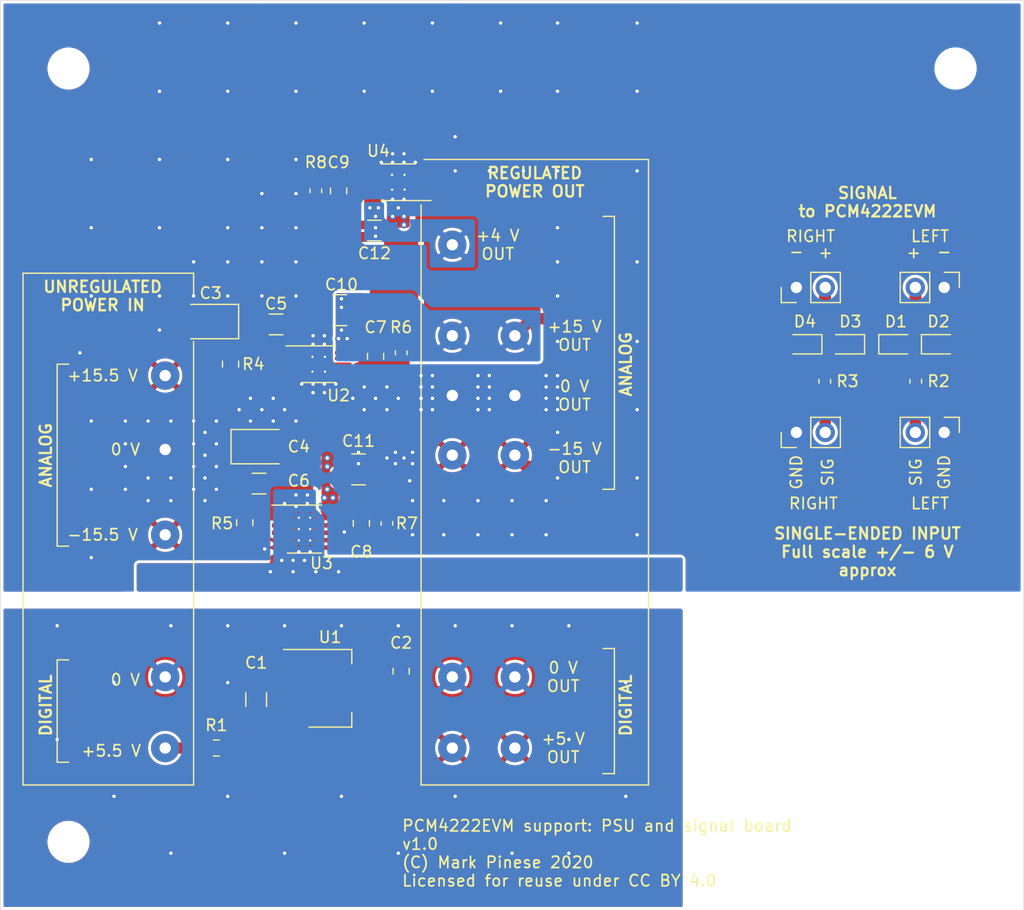
<source format=kicad_pcb>
(kicad_pcb (version 20171130) (host pcbnew "(5.1.5)-3")
  (title_block (title "PCM4222EVM PSU and signal board") (date 2020-07-29) (rev 1.0) (company "(C) Mark Pinese 2020") (comment 1 "Made available for reuse under the CC BY 4.0 Licence"))
  (layers (0 F.Cu signal) (31 B.Cu signal) (34 B.Paste user) (35 F.Paste user) (36 B.SilkS user) (37 F.SilkS user) (38 B.Mask user) (39 F.Mask user) (44 Edge.Cuts user))
  (net 0 "")
  (net 1 GND)
  (net 2 "Net-(C1-Pad1)")
  (net 3 /+5V)
  (net 4 "Net-(C3-Pad1)")
  (net 5 "Net-(C9-Pad1)")
  (net 6 /+4V)
  (net 7 "Net-(D1-Pad2)")
  (net 8 "Net-(D3-Pad2)")
  (net 9 "Net-(J3-Pad2)")
  (net 10 "Net-(U2-Pad4)")
  (net 11 "Net-(U3-Pad7)")
  (net 12 "Net-(U3-Pad4)")
  (net 13 "Net-(U4-Pad4)")
  (net 14 "Net-(J4-Pad2)")
  (net 15 "Net-(J11-Pad1)")
  (net 16 GNDD)
  (net 17 "Net-(C4-Pad2)")
  (net 18 "Net-(C7-Pad1)")
  (net 19 "Net-(C8-Pad2)")
  (net 20 /+15V)
  (net 21 /-15V)
  (net 22 "Net-(J1-Pad1)")
  (net 23 "Net-(J13-Pad1)")
  (net 24 "Net-(C10-Pad3)")
  (net 25 "Net-(C12-Pad3)")
  (net 26 "Net-(C10-Pad1)")
  (net 27 "Net-(C11-Pad1)")
  (net 28 "Net-(C11-Pad4)")
  (net 29 "Net-(C12-Pad1)")
  (module project_footprints:C_1206_3216Metric_Split (layer F.Cu) (at 122.9 80.25)
    (fp_text reference C12 (at 0 2) (layer F.SilkS))
    (fp_text value 10u)
    (pad 3 smd roundrect (at 1.4 0.5) (size 1.25 0.75) (layers F.Cu F.Paste F.Mask) (roundrect_rratio 0.2) (net 25 "Net-(C12-Pad3)"))
    (pad 4 smd roundrect (at 1.4 -0.5) (size 1.25 0.75) (layers F.Cu F.Paste F.Mask) (roundrect_rratio 0.2) (net 1 GND))
    (pad 2 smd roundrect (at -1.4 0.5) (size 1.25 0.75) (layers F.Cu F.Paste F.Mask) (roundrect_rratio 0.2) (net 6 /+4V))
    (pad 1 smd roundrect (at -1.4 -0.5) (size 1.25 0.75) (layers F.Cu F.Paste F.Mask) (roundrect_rratio 0.2) (net 29 "Net-(C12-Pad1)"))
  )
  (module project_footprints:C_1210_3225Metric_Split (layer F.Cu) (at 121.5 101.25 180)
    (fp_text reference C11 (at 0 2.5) (layer F.SilkS))
    (fp_text value 22u)
    (pad 3 smd roundrect (at 1.4 0.75 180) (size 1.25 1.15) (layers F.Cu F.Paste F.Mask) (roundrect_rratio 0.2) (net 21 /-15V))
    (pad 4 smd roundrect (at 1.4 -0.75 180) (size 1.25 1.15) (layers F.Cu F.Paste F.Mask) (roundrect_rratio 0.2) (net 28 "Net-(C11-Pad4)"))
    (pad 1 smd roundrect (at -1.4 -0.75 180) (size 1.25 1.15) (layers F.Cu F.Paste F.Mask) (roundrect_rratio 0.2) (net 27 "Net-(C11-Pad1)"))
    (pad 2 smd roundrect (at -1.4 0.75 180) (size 1.25 1.15) (layers F.Cu F.Paste F.Mask) (roundrect_rratio 0.2) (net 1 GND))
  )
  (module project_footprints:C_1210_3225Metric_Split (layer F.Cu) (at 119.85 87.25 180)
    (fp_text reference C10 (at -0.15 2.25) (layer F.SilkS))
    (fp_text value 22u)
    (pad 3 smd roundrect (at 1.4 0.75 180) (size 1.25 1.15) (layers F.Cu F.Paste F.Mask) (roundrect_rratio 0.2) (net 24 "Net-(C10-Pad3)"))
    (pad 4 smd roundrect (at 1.4 -0.75 180) (size 1.25 1.15) (layers F.Cu F.Paste F.Mask) (roundrect_rratio 0.2) (net 1 GND))
    (pad 1 smd roundrect (at -1.4 -0.75 180) (size 1.25 1.15) (layers F.Cu F.Paste F.Mask) (roundrect_rratio 0.2) (net 26 "Net-(C10-Pad1)"))
    (pad 2 smd roundrect (at -1.4 0.75 180) (size 1.25 1.15) (layers F.Cu F.Paste F.Mask) (roundrect_rratio 0.2) (net 20 /+15V))
  )
  (module Capacitor_SMD:C_1206_3216Metric (layer F.Cu) (at 112.5 121.5 90)
    (fp_text reference C1 (at 3.25 0 180) (layer F.SilkS))
    (fp_text value 10u)
    (pad 2 smd roundrect (at 1.4 0 90) (size 1.25 1.75) (layers F.Cu F.Paste F.Mask) (roundrect_rratio 0.2) (net 16 GNDD))
    (pad 1 smd roundrect (at -1.4 0 90) (size 1.25 1.75) (layers F.Cu F.Paste F.Mask) (roundrect_rratio 0.2) (net 2 "Net-(C1-Pad1)"))
  )
  (module Package_TO_SOT_SMD:SOT-223-3_TabPin2 (layer F.Cu) (at 119 120.5)
    (fp_text reference U1 (at 0 -4.5) (layer F.SilkS))
    (fp_text value LDL1117S50R)
    (pad 1 smd rect (at -3.15 -2.3) (size 2 1.5) (layers F.Cu F.Paste F.Mask) (net 16 GNDD))
    (pad 3 smd rect (at -3.15 2.3) (size 2 1.5) (layers F.Cu F.Paste F.Mask) (net 2 "Net-(C1-Pad1)"))
    (pad 2 smd rect (at -3.15 0) (size 2 1.5) (layers F.Cu F.Paste F.Mask) (net 3 /+5V))
    (pad 2 smd rect (at 3.15 0) (size 2 3.8) (layers F.Cu F.Paste F.Mask) (net 3 /+5V))
  )
  (module Resistor_SMD:R_0805_2012Metric (layer F.Cu) (at 109 125.75 180)
    (fp_text reference R1 (at 0 2) (layer F.SilkS))
    (fp_text value 0.5)
    (pad 2 smd roundrect (at 0.9375 0 180) (size 0.975 1.4) (layers F.Cu F.Paste F.Mask) (net 22 "Net-(J1-Pad1)"))
    (pad 1 smd roundrect (at -0.9375 0 180) (size 0.975 1.4) (layers F.Cu F.Paste F.Mask) (net 2 "Net-(C1-Pad1)"))
  )
  (module Connector_Wire:SolderWirePad_1x01_Drill1mm (layer F.Cu) (at 135.25 119.5)
    (fp_text reference J10 hide)
    (fp_text value Conn_01x01)
    (pad 1 thru_hole circle (at 0 0) (size 2.49936 2.49936) (drill 1.00076) (layers *.Cu *.Mask) (net 16 GNDD))
  )
  (module Connector_Wire:SolderWirePad_1x01_Drill1mm (layer F.Cu) (at 135.25 125.75)
    (fp_text reference J8 hide)
    (fp_text value Conn_01x01)
    (pad 1 thru_hole circle (at 0 0) (size 2.49936 2.49936) (drill 1.00076) (layers *.Cu *.Mask) (net 3 /+5V))
  )
  (module MountingHole:MountingHole_3.2mm_M3 (layer F.Cu) (at 174 134)
    (fp_text reference H4 hide)
    (fp_text value MountingHole)
    (pad 1 np_thru_hole circle (at 0 0) (size 3.2 3.2) (drill 3.2) (layers *.Cu *.Mask))
  )
  (module MountingHole:MountingHole_3.2mm_M3 (layer F.Cu) (at 96 134)
    (fp_text reference H3 hide)
    (fp_text value MountingHole)
    (pad 1 np_thru_hole circle (at 0 0) (size 3.2 3.2) (drill 3.2) (layers *.Cu *.Mask))
  )
  (module MountingHole:MountingHole_3.2mm_M3 (layer F.Cu) (at 174 66)
    (fp_text reference H2 hide)
    (fp_text value MountingHole)
    (pad 1 np_thru_hole circle (at 0 0) (size 3.2 3.2) (drill 3.2) (layers *.Cu *.Mask))
  )
  (module MountingHole:MountingHole_3.2mm_M3 (layer F.Cu) (at 96 66)
    (fp_text reference H1 hide)
    (fp_text value MountingHole)
    (pad 1 np_thru_hole circle (at 0 0) (size 3.2 3.2) (drill 3.2) (layers *.Cu *.Mask))
  )
  (module Diode_SMD:D_SOD-323 (layer F.Cu) (at 160.75 90.25 180)
    (fp_text reference D4 (at 0 2) (layer F.SilkS))
    (fp_text value CUS520,H3F)
    (pad 2 smd rect (at 1.05 0 180) (size 0.6 0.45) (layers F.Cu F.Paste F.Mask) (net 21 /-15V))
    (pad 1 smd rect (at -1.05 0 180) (size 0.6 0.45) (layers F.Cu F.Paste F.Mask) (net 8 "Net-(D3-Pad2)"))
  )
  (module Diode_SMD:D_SOD-323 (layer F.Cu) (at 164.5 90.25 180)
    (fp_text reference D3 (at -0.25 2) (layer F.SilkS))
    (fp_text value CUS520,H3F)
    (pad 2 smd rect (at 1.05 0 180) (size 0.6 0.45) (layers F.Cu F.Paste F.Mask) (net 8 "Net-(D3-Pad2)"))
    (pad 1 smd rect (at -1.05 0 180) (size 0.6 0.45) (layers F.Cu F.Paste F.Mask) (net 20 /+15V))
  )
  (module Diode_SMD:D_SOD-323 (layer F.Cu) (at 172.5 90.25)
    (fp_text reference D2 (at 0 -2) (layer F.SilkS))
    (fp_text value CUS520,H3F)
    (pad 2 smd rect (at 1.05 0) (size 0.6 0.45) (layers F.Cu F.Paste F.Mask) (net 21 /-15V))
    (pad 1 smd rect (at -1.05 0) (size 0.6 0.45) (layers F.Cu F.Paste F.Mask) (net 7 "Net-(D1-Pad2)"))
  )
  (module Diode_SMD:D_SOD-323 (layer F.Cu) (at 168.75 90.25)
    (fp_text reference D1 (at 0 -2) (layer F.SilkS))
    (fp_text value CUS520,H3F)
    (pad 2 smd rect (at 1.05 0) (size 0.6 0.45) (layers F.Cu F.Paste F.Mask) (net 7 "Net-(D1-Pad2)"))
    (pad 1 smd rect (at -1.05 0) (size 0.6 0.45) (layers F.Cu F.Paste F.Mask) (net 20 /+15V))
  )
  (module Capacitor_Tantalum_SMD:CP_EIA-3528-21_Kemet-B (layer F.Cu) (at 112.75 99.25)
    (fp_text reference C4 (at 3.5 0) (layer F.SilkS))
    (fp_text value 10u)
    (pad 2 smd roundrect (at 1.5375 0) (size 1.325 2.35) (layers F.Cu F.Paste F.Mask) (roundrect_rratio 0.188679) (net 17 "Net-(C4-Pad2)"))
    (pad 1 smd roundrect (at -1.5375 0) (size 1.325 2.35) (layers F.Cu F.Paste F.Mask) (roundrect_rratio 0.188679) (net 1 GND))
  )
  (module Capacitor_Tantalum_SMD:CP_EIA-3528-21_Kemet-B (layer F.Cu) (at 108.5 88.25 180)
    (fp_text reference C3 (at 0 2.5) (layer F.SilkS))
    (fp_text value 10u)
    (pad 2 smd roundrect (at 1.5375 0 180) (size 1.325 2.35) (layers F.Cu F.Paste F.Mask) (roundrect_rratio 0.188679) (net 1 GND))
    (pad 1 smd roundrect (at -1.5375 0 180) (size 1.325 2.35) (layers F.Cu F.Paste F.Mask) (roundrect_rratio 0.188679) (net 4 "Net-(C3-Pad1)"))
  )
  (module Connector_Wire:SolderWirePad_1x01_Drill1mm (layer F.Cu) (at 129.75 119.5)
    (fp_text reference J9 hide)
    (fp_text value Conn_01x01)
    (pad 1 thru_hole circle (at 0 0) (size 2.49936 2.49936) (drill 1.00076) (layers *.Cu *.Mask) (net 16 GNDD))
  )
  (module Connector_Wire:SolderWirePad_1x01_Drill1mm (layer F.Cu) (at 104.5 119.5)
    (fp_text reference J2 hide)
    (fp_text value Conn_01x01)
    (pad 1 thru_hole circle (at 0 0) (size 2.49936 2.49936) (drill 1.00076) (layers *.Cu *.Mask) (net 16 GNDD))
  )
  (module Connector_Wire:SolderWirePad_1x01_Drill1mm (layer F.Cu) (at 135.25 94.75)
    (fp_text reference J17 hide)
    (fp_text value Conn_01x01)
    (pad 1 thru_hole circle (at 0 0) (size 2.49936 2.49936) (drill 1.00076) (layers *.Cu *.Mask) (net 1 GND))
  )
  (module Connector_Wire:SolderWirePad_1x01_Drill1mm (layer F.Cu) (at 135.25 100)
    (fp_text reference J18 hide)
    (fp_text value Conn_01x01)
    (pad 1 thru_hole circle (at 0 0) (size 2.49936 2.49936) (drill 1.00076) (layers *.Cu *.Mask) (net 21 /-15V))
  )
  (module Connector_Wire:SolderWirePad_1x01_Drill1mm (layer F.Cu) (at 135.25 89.5 90)
    (fp_text reference J15 hide)
    (fp_text value Conn_01x01)
    (pad 1 thru_hole circle (at 0 0 90) (size 2.49936 2.49936) (drill 1.00076) (layers *.Cu *.Mask) (net 20 /+15V))
  )
  (module Connector_Wire:SolderWirePad_1x01_Drill1mm (layer F.Cu) (at 129.75 89.5 90)
    (fp_text reference J14 hide)
    (fp_text value Conn_01x01)
    (pad 1 thru_hole circle (at 0 0 90) (size 2.49936 2.49936) (drill 1.00076) (layers *.Cu *.Mask) (net 20 /+15V))
  )
  (module Connector_PinHeader_2.54mm:PinHeader_1x02_P2.54mm_Vertical (layer F.Cu) (at 160 85.25 90)
    (fp_text reference J6 hide)
    (fp_text value "Right to EVM")
    (pad 2 thru_hole oval (at 0 2.54 90) (size 1.7 1.7) (drill 1) (layers *.Cu *.Mask) (net 8 "Net-(D3-Pad2)"))
    (pad 1 thru_hole rect (at 0 0 90) (size 1.7 1.7) (drill 1) (layers *.Cu *.Mask) (net 1 GND))
  )
  (module Connector_PinHeader_2.54mm:PinHeader_1x02_P2.54mm_Vertical (layer F.Cu) (at 173 85.25 270)
    (fp_text reference J5 hide)
    (fp_text value "Left to EVM")
    (pad 2 thru_hole oval (at 0 2.54 270) (size 1.7 1.7) (drill 1) (layers *.Cu *.Mask) (net 7 "Net-(D1-Pad2)"))
    (pad 1 thru_hole rect (at 0 0 270) (size 1.7 1.7) (drill 1) (layers *.Cu *.Mask) (net 1 GND))
  )
  (module Connector_PinHeader_2.54mm:PinHeader_1x02_P2.54mm_Vertical (layer F.Cu) (at 160 98 90)
    (fp_text reference J4 hide)
    (fp_text value "Right in")
    (pad 2 thru_hole oval (at 0 2.54 90) (size 1.7 1.7) (drill 1) (layers *.Cu *.Mask) (net 14 "Net-(J4-Pad2)"))
    (pad 1 thru_hole rect (at 0 0 90) (size 1.7 1.7) (drill 1) (layers *.Cu *.Mask) (net 1 GND))
  )
  (module Connector_PinHeader_2.54mm:PinHeader_1x02_P2.54mm_Vertical (layer F.Cu) (at 173 98 270)
    (fp_text reference J3 hide)
    (fp_text value "Left in")
    (pad 2 thru_hole oval (at 0 2.54 270) (size 1.7 1.7) (drill 1) (layers *.Cu *.Mask) (net 9 "Net-(J3-Pad2)"))
    (pad 1 thru_hole rect (at 0 0 270) (size 1.7 1.7) (drill 1) (layers *.Cu *.Mask) (net 1 GND))
  )
  (module Connector_Wire:SolderWirePad_1x01_Drill1mm (layer F.Cu) (at 129.75 81.5 180)
    (fp_text reference J20 hide)
    (fp_text value Conn_01x01)
    (pad 1 thru_hole circle (at 0 0 180) (size 2.49936 2.49936) (drill 1.00076) (layers *.Cu *.Mask) (net 6 /+4V))
  )
  (module Connector_Wire:SolderWirePad_1x01_Drill1mm (layer F.Cu) (at 129.75 100)
    (fp_text reference J19 hide)
    (fp_text value Conn_01x01)
    (pad 1 thru_hole circle (at 0 0) (size 2.49936 2.49936) (drill 1.00076) (layers *.Cu *.Mask) (net 21 /-15V))
  )
  (module Connector_Wire:SolderWirePad_1x01_Drill1mm (layer F.Cu) (at 129.75 94.75)
    (fp_text reference J16 hide)
    (fp_text value Conn_01x01)
    (pad 1 thru_hole circle (at 0 0) (size 2.49936 2.49936) (drill 1.00076) (layers *.Cu *.Mask) (net 1 GND))
  )
  (module Connector_Wire:SolderWirePad_1x01_Drill1mm (layer F.Cu) (at 104.5 107)
    (fp_text reference J13 hide)
    (fp_text value Conn_01x01)
    (pad 1 thru_hole circle (at 0 0) (size 2.49936 2.49936) (drill 1.00076) (layers *.Cu *.Mask) (net 23 "Net-(J13-Pad1)"))
  )
  (module Connector_Wire:SolderWirePad_1x01_Drill1mm (layer F.Cu) (at 104.5 99.5)
    (fp_text reference J12 hide)
    (fp_text value Conn_01x01)
    (pad 1 thru_hole circle (at 0 0) (size 2.49936 2.49936) (drill 1.00076) (layers *.Cu *.Mask) (net 1 GND))
  )
  (module Connector_Wire:SolderWirePad_1x01_Drill1mm (layer F.Cu) (at 104.5 93)
    (fp_text reference J11 hide)
    (fp_text value Conn_01x01)
    (pad 1 thru_hole circle (at 0 0) (size 2.49936 2.49936) (drill 1.00076) (layers *.Cu *.Mask) (net 15 "Net-(J11-Pad1)"))
  )
  (module Connector_Wire:SolderWirePad_1x01_Drill1mm (layer F.Cu) (at 129.75 125.75)
    (fp_text reference J7 hide)
    (fp_text value Conn_01x01)
    (pad 1 thru_hole circle (at 0 0) (size 2.49936 2.49936) (drill 1.00076) (layers *.Cu *.Mask) (net 3 /+5V))
  )
  (module Connector_Wire:SolderWirePad_1x01_Drill1mm (layer F.Cu) (at 104.5 125.75)
    (fp_text reference J1 hide)
    (fp_text value Conn_01x01)
    (pad 1 thru_hole circle (at 0 0) (size 2.49936 2.49936) (drill 1.00076) (layers *.Cu *.Mask) (net 22 "Net-(J1-Pad1)"))
  )
  (module Package_SO:MSOP-10-1EP_3x3mm_P0.5mm_EP1.68x1.88mm_ThermalVias (layer F.Cu) (at 125 76 180)
    (fp_text reference U4 (at 1.75 2.75) (layer F.SilkS))
    (fp_text value LT3042xMSE)
    (pad 11 smd rect (at 0 0 180) (size 1.6 1.8) (layers B.Cu) (net 1 GND))
    (pad 11 thru_hole circle (at 0.55 0.65 180) (size 0.5 0.5) (drill 0.2) (layers *.Cu) (net 1 GND))
    (pad 11 thru_hole circle (at -0.55 0.65 180) (size 0.5 0.5) (drill 0.2) (layers *.Cu) (net 1 GND))
    (pad 11 thru_hole circle (at 0.55 -0.65 180) (size 0.5 0.5) (drill 0.2) (layers *.Cu) (net 1 GND))
    (pad 11 thru_hole circle (at -0.55 -0.65 180) (size 0.5 0.5) (drill 0.2) (layers *.Cu) (net 1 GND))
    (pad 11 smd rect (at 0 0 180) (size 1.68 1.88) (layers F.Cu F.Mask) (net 1 GND))
    (pad 10 smd roundrect (at 2.15 -1 180) (size 1.45 0.3) (layers F.Cu F.Paste F.Mask) (net 6 /+4V))
    (pad 9 smd roundrect (at 2.15 -0.5 180) (size 1.45 0.3) (layers F.Cu F.Paste F.Mask) (net 29 "Net-(C12-Pad1)"))
    (pad 8 smd roundrect (at 2.15 0 180) (size 1.45 0.3) (layers F.Cu F.Paste F.Mask) (net 1 GND))
    (pad 7 smd roundrect (at 2.15 0.5 180) (size 1.45 0.3) (layers F.Cu F.Paste F.Mask) (net 5 "Net-(C9-Pad1)"))
    (pad 6 smd roundrect (at 2.15 1 180) (size 1.45 0.3) (layers F.Cu F.Paste F.Mask) (net 20 /+15V))
    (pad 5 smd roundrect (at -2.15 1 180) (size 1.45 0.3) (layers F.Cu F.Paste F.Mask) (net 1 GND))
    (pad 4 smd roundrect (at -2.15 0.5 180) (size 1.45 0.3) (layers F.Cu F.Paste F.Mask) (net 13 "Net-(U4-Pad4)"))
    (pad 3 smd roundrect (at -2.15 0 180) (size 1.45 0.3) (layers F.Cu F.Paste F.Mask) (net 20 /+15V))
    (pad 2 smd roundrect (at -2.15 -0.5 180) (size 1.45 0.3) (layers F.Cu F.Paste F.Mask) (net 20 /+15V))
    (pad 1 smd roundrect (at -2.15 -1 180) (size 1.45 0.3) (layers F.Cu F.Paste F.Mask) (net 20 /+15V))
  )
  (module Package_SO:MSOP-12-1EP_3x4mm_P0.65mm_EP1.65x2.85mm_ThermalVias (layer F.Cu) (at 116.75 106.5)
    (fp_text reference U3 (at 1.5 3) (layer F.SilkS))
    (fp_text value LT3093xMSE)
    (pad 13 smd rect (at 0 0) (size 1.5 2.5) (layers B.Cu) (net 17 "Net-(C4-Pad2)"))
    (pad 13 thru_hole circle (at 0.5 1) (size 0.5 0.5) (drill 0.2) (layers *.Cu) (net 17 "Net-(C4-Pad2)"))
    (pad 13 thru_hole circle (at -0.5 1) (size 0.5 0.5) (drill 0.2) (layers *.Cu) (net 17 "Net-(C4-Pad2)"))
    (pad 13 thru_hole circle (at 0.5 0) (size 0.5 0.5) (drill 0.2) (layers *.Cu) (net 17 "Net-(C4-Pad2)"))
    (pad 13 thru_hole circle (at -0.5 0) (size 0.5 0.5) (drill 0.2) (layers *.Cu) (net 17 "Net-(C4-Pad2)"))
    (pad 13 thru_hole circle (at 0.5 -1) (size 0.5 0.5) (drill 0.2) (layers *.Cu) (net 17 "Net-(C4-Pad2)"))
    (pad 13 thru_hole circle (at -0.5 -1) (size 0.5 0.5) (drill 0.2) (layers *.Cu) (net 17 "Net-(C4-Pad2)"))
    (pad 13 smd rect (at 0 0) (size 1.65 2.85) (layers F.Cu F.Mask) (net 17 "Net-(C4-Pad2)"))
    (pad 12 smd roundrect (at 2.15 -1.625) (size 1.45 0.4) (layers F.Cu F.Paste F.Mask) (net 21 /-15V))
    (pad 11 smd roundrect (at 2.15 -0.975) (size 1.45 0.4) (layers F.Cu F.Paste F.Mask) (net 21 /-15V))
    (pad 10 smd roundrect (at 2.15 -0.325) (size 1.45 0.4) (layers F.Cu F.Paste F.Mask) (net 28 "Net-(C11-Pad4)"))
    (pad 9 smd roundrect (at 2.15 0.325) (size 1.45 0.4) (layers F.Cu F.Paste F.Mask) (net 1 GND))
    (pad 8 smd roundrect (at 2.15 0.975) (size 1.45 0.4) (layers F.Cu F.Paste F.Mask) (net 19 "Net-(C8-Pad2)"))
    (pad 7 smd roundrect (at 2.15 1.625) (size 1.45 0.4) (layers F.Cu F.Paste F.Mask) (net 11 "Net-(U3-Pad7)"))
    (pad 6 smd roundrect (at -2.15 1.625) (size 1.45 0.4) (layers F.Cu F.Paste F.Mask) (net 1 GND))
    (pad 5 smd roundrect (at -2.15 0.975) (size 1.45 0.4) (layers F.Cu F.Paste F.Mask) (net 17 "Net-(C4-Pad2)"))
    (pad 4 smd roundrect (at -2.15 0.325) (size 1.45 0.4) (layers F.Cu F.Paste F.Mask) (net 12 "Net-(U3-Pad4)"))
    (pad 3 smd roundrect (at -2.15 -0.325) (size 1.45 0.4) (layers F.Cu F.Paste F.Mask) (net 17 "Net-(C4-Pad2)"))
    (pad 2 smd roundrect (at -2.15 -0.975) (size 1.45 0.4) (layers F.Cu F.Paste F.Mask) (net 17 "Net-(C4-Pad2)"))
    (pad 1 smd roundrect (at -2.15 -1.625) (size 1.45 0.4) (layers F.Cu F.Paste F.Mask) (net 17 "Net-(C4-Pad2)"))
  )
  (module Package_SO:MSOP-10-1EP_3x3mm_P0.5mm_EP1.68x1.88mm_ThermalVias (layer F.Cu) (at 118 92)
    (fp_text reference U2 (at 1.75 2.75) (layer F.SilkS))
    (fp_text value LT3042xMSE)
    (pad 11 smd rect (at 0 0) (size 1.6 1.8) (layers B.Cu) (net 1 GND))
    (pad 11 thru_hole circle (at 0.55 0.65) (size 0.5 0.5) (drill 0.2) (layers *.Cu) (net 1 GND))
    (pad 11 thru_hole circle (at -0.55 0.65) (size 0.5 0.5) (drill 0.2) (layers *.Cu) (net 1 GND))
    (pad 11 thru_hole circle (at 0.55 -0.65) (size 0.5 0.5) (drill 0.2) (layers *.Cu) (net 1 GND))
    (pad 11 thru_hole circle (at -0.55 -0.65) (size 0.5 0.5) (drill 0.2) (layers *.Cu) (net 1 GND))
    (pad 11 smd rect (at 0 0) (size 1.68 1.88) (layers F.Cu F.Mask) (net 1 GND))
    (pad 10 smd roundrect (at 2.15 -1) (size 1.45 0.3) (layers F.Cu F.Paste F.Mask) (net 20 /+15V))
    (pad 9 smd roundrect (at 2.15 -0.5) (size 1.45 0.3) (layers F.Cu F.Paste F.Mask) (net 26 "Net-(C10-Pad1)"))
    (pad 8 smd roundrect (at 2.15 0) (size 1.45 0.3) (layers F.Cu F.Paste F.Mask) (net 1 GND))
    (pad 7 smd roundrect (at 2.15 0.5) (size 1.45 0.3) (layers F.Cu F.Paste F.Mask) (net 18 "Net-(C7-Pad1)"))
    (pad 6 smd roundrect (at 2.15 1) (size 1.45 0.3) (layers F.Cu F.Paste F.Mask) (net 4 "Net-(C3-Pad1)"))
    (pad 5 smd roundrect (at -2.15 1) (size 1.45 0.3) (layers F.Cu F.Paste F.Mask) (net 1 GND))
    (pad 4 smd roundrect (at -2.15 0.5) (size 1.45 0.3) (layers F.Cu F.Paste F.Mask) (net 10 "Net-(U2-Pad4)"))
    (pad 3 smd roundrect (at -2.15 0) (size 1.45 0.3) (layers F.Cu F.Paste F.Mask) (net 4 "Net-(C3-Pad1)"))
    (pad 2 smd roundrect (at -2.15 -0.5) (size 1.45 0.3) (layers F.Cu F.Paste F.Mask) (net 4 "Net-(C3-Pad1)"))
    (pad 1 smd roundrect (at -2.15 -1) (size 1.45 0.3) (layers F.Cu F.Paste F.Mask) (net 4 "Net-(C3-Pad1)"))
  )
  (module Resistor_SMD:R_0603_1608Metric (layer F.Cu) (at 117.75 76.75 270)
    (fp_text reference R8 (at -2.5 0 180) (layer F.SilkS))
    (fp_text value 40.2k)
    (pad 2 smd roundrect (at 0.7875 0 270) (size 0.875 0.95) (layers F.Cu F.Paste F.Mask) (net 25 "Net-(C12-Pad3)"))
    (pad 1 smd roundrect (at -0.7875 0 270) (size 0.875 0.95) (layers F.Cu F.Paste F.Mask) (net 5 "Net-(C9-Pad1)"))
  )
  (module Resistor_SMD:R_0603_1608Metric (layer F.Cu) (at 124 106 270)
    (fp_text reference R7 (at 0 -1.75 180) (layer F.SilkS))
    (fp_text value 150k)
    (pad 2 smd roundrect (at 0.7875 0 270) (size 0.875 0.95) (layers F.Cu F.Paste F.Mask) (net 19 "Net-(C8-Pad2)"))
    (pad 1 smd roundrect (at -0.7875 0 270) (size 0.875 0.95) (layers F.Cu F.Paste F.Mask) (net 27 "Net-(C11-Pad1)"))
  )
  (module Resistor_SMD:R_0603_1608Metric (layer F.Cu) (at 125.25 91 90)
    (fp_text reference R6 (at 2.25 0 180) (layer F.SilkS))
    (fp_text value 150k)
    (pad 2 smd roundrect (at 0.7875 0 90) (size 0.875 0.95) (layers F.Cu F.Paste F.Mask) (net 24 "Net-(C10-Pad3)"))
    (pad 1 smd roundrect (at -0.7875 0 90) (size 0.875 0.95) (layers F.Cu F.Paste F.Mask) (net 18 "Net-(C7-Pad1)"))
  )
  (module Resistor_SMD:R_0805_2012Metric (layer F.Cu) (at 111.5 105.9375 270)
    (fp_text reference R5 (at 0.0625 2 180) (layer F.SilkS))
    (fp_text value 0.5)
    (pad 2 smd roundrect (at 0.9375 0 270) (size 0.975 1.4) (layers F.Cu F.Paste F.Mask) (net 23 "Net-(J13-Pad1)"))
    (pad 1 smd roundrect (at -0.9375 0 270) (size 0.975 1.4) (layers F.Cu F.Paste F.Mask) (net 17 "Net-(C4-Pad2)"))
  )
  (module Resistor_SMD:R_0805_2012Metric (layer F.Cu) (at 110.25 92 270)
    (fp_text reference R4 (at 0 -2 180) (layer F.SilkS))
    (fp_text value 0.5)
    (pad 2 smd roundrect (at 0.9375 0 270) (size 0.975 1.4) (layers F.Cu F.Paste F.Mask) (net 15 "Net-(J11-Pad1)"))
    (pad 1 smd roundrect (at -0.9375 0 270) (size 0.975 1.4) (layers F.Cu F.Paste F.Mask) (net 4 "Net-(C3-Pad1)"))
  )
  (module Resistor_SMD:R_0603_1608Metric (layer F.Cu) (at 162.5 93.5 90)
    (fp_text reference R3 (at 0 2 180) (layer F.SilkS))
    (fp_text value 330)
    (pad 2 smd roundrect (at 0.7875 0 90) (size 0.875 0.95) (layers F.Cu F.Paste F.Mask) (net 8 "Net-(D3-Pad2)"))
    (pad 1 smd roundrect (at -0.7875 0 90) (size 0.875 0.95) (layers F.Cu F.Paste F.Mask) (net 14 "Net-(J4-Pad2)"))
  )
  (module Resistor_SMD:R_0603_1608Metric (layer F.Cu) (at 170.5 93.5 90)
    (fp_text reference R2 (at 0 2 180) (layer F.SilkS))
    (fp_text value 330)
    (pad 2 smd roundrect (at 0.7875 0 90) (size 0.875 0.95) (layers F.Cu F.Paste F.Mask) (net 7 "Net-(D1-Pad2)"))
    (pad 1 smd roundrect (at -0.7875 0 90) (size 0.875 0.95) (layers F.Cu F.Paste F.Mask) (net 9 "Net-(J3-Pad2)"))
  )
  (module Capacitor_SMD:C_0805_2012Metric (layer F.Cu) (at 119.75 76.75 270)
    (fp_text reference C9 (at -2.5 0 180) (layer F.SilkS))
    (fp_text value 0.47u)
    (pad 2 smd roundrect (at 0.9375 0 270) (size 0.975 1.4) (layers F.Cu F.Paste F.Mask) (net 25 "Net-(C12-Pad3)"))
    (pad 1 smd roundrect (at -0.9375 0 270) (size 0.975 1.4) (layers F.Cu F.Paste F.Mask) (net 5 "Net-(C9-Pad1)"))
  )
  (module Capacitor_SMD:C_0805_2012Metric (layer F.Cu) (at 121.75 106 270)
    (fp_text reference C8 (at 2.5 0 180) (layer F.SilkS))
    (fp_text value 0.47u)
    (pad 2 smd roundrect (at 0.9375 0 270) (size 0.975 1.4) (layers F.Cu F.Paste F.Mask) (net 19 "Net-(C8-Pad2)"))
    (pad 1 smd roundrect (at -0.9375 0 270) (size 0.975 1.4) (layers F.Cu F.Paste F.Mask) (net 27 "Net-(C11-Pad1)"))
  )
  (module Capacitor_SMD:C_0805_2012Metric (layer F.Cu) (at 123 91.3125 90)
    (fp_text reference C7 (at 2.5625 0 180) (layer F.SilkS))
    (fp_text value 0.47u)
    (pad 2 smd roundrect (at 0.9375 0 90) (size 0.975 1.4) (layers F.Cu F.Paste F.Mask) (net 24 "Net-(C10-Pad3)"))
    (pad 1 smd roundrect (at -0.9375 0 90) (size 0.975 1.4) (layers F.Cu F.Paste F.Mask) (net 18 "Net-(C7-Pad1)"))
  )
  (module Capacitor_SMD:C_1206_3216Metric (layer F.Cu) (at 112.75 102.5)
    (fp_text reference C6 (at 3.5 -0.25) (layer F.SilkS))
    (fp_text value 10u)
    (pad 2 smd roundrect (at 1.4 0) (size 1.25 1.75) (layers F.Cu F.Paste F.Mask) (roundrect_rratio 0.2) (net 17 "Net-(C4-Pad2)"))
    (pad 1 smd roundrect (at -1.4 0) (size 1.25 1.75) (layers F.Cu F.Paste F.Mask) (roundrect_rratio 0.2) (net 1 GND))
  )
  (module Capacitor_SMD:C_1206_3216Metric (layer F.Cu) (at 114.25 88.5)
    (fp_text reference C5 (at 0 -1.82) (layer F.SilkS))
    (fp_text value 10u)
    (pad 2 smd roundrect (at 1.4 0) (size 1.25 1.75) (layers F.Cu F.Paste F.Mask) (roundrect_rratio 0.2) (net 1 GND))
    (pad 1 smd roundrect (at -1.4 0) (size 1.25 1.75) (layers F.Cu F.Paste F.Mask) (roundrect_rratio 0.2) (net 4 "Net-(C3-Pad1)"))
  )
  (module Capacitor_SMD:C_0805_2012Metric (layer F.Cu) (at 125.25 119 90)
    (fp_text reference C2 (at 2.5 0 180) (layer F.SilkS))
    (fp_text value 2.2u)
    (pad 2 smd roundrect (at 0.9375 0 90) (size 0.975 1.4) (layers F.Cu F.Paste F.Mask) (net 16 GNDD))
    (pad 1 smd roundrect (at -0.9375 0 90) (size 0.975 1.4) (layers F.Cu F.Paste F.Mask) (net 3 /+5V))
  )
  (gr_line (start 107 84) (end 107 86) (layer F.SilkS) (width 0.12))
  (gr_line (start 144 103) (end 143 103) (layer F.SilkS) (width 0.12))
  (gr_line (start 144 79) (end 144 103) (layer F.SilkS) (width 0.12))
  (gr_line (start 143 79) (end 144 79) (layer F.SilkS) (width 0.12))
  (gr_line (start 144 128) (end 143 128) (layer F.SilkS) (width 0.12))
  (gr_line (start 144 117) (end 144 128) (layer F.SilkS) (width 0.12))
  (gr_line (start 143 117) (end 144 117) (layer F.SilkS) (width 0.12))
  (gr_text "REGULATED\nPOWER OUT" (at 137 76) (layer F.SilkS) (effects (font (size 1 1) (thickness 0.2))))
  (gr_line (start 95 127) (end 96 127) (layer F.SilkS) (width 0.12))
  (gr_line (start 95 118) (end 95 127) (layer F.SilkS) (width 0.12))
  (gr_line (start 96 118) (end 95 118) (layer F.SilkS) (width 0.12))
  (gr_line (start 95 108) (end 96 108) (layer F.SilkS) (width 0.12))
  (gr_line (start 95 92) (end 95 108) (layer F.SilkS) (width 0.12))
  (gr_line (start 96 92) (end 95 92) (layer F.SilkS) (width 0.12))
  (gr_line (start 92 129) (end 92 84) (layer F.SilkS) (width 0.12))
  (gr_line (start 107 129) (end 92 129) (layer F.SilkS) (width 0.12))
  (gr_line (start 107 90) (end 107 129) (layer F.SilkS) (width 0.12))
  (gr_line (start 92 84) (end 107 84) (layer F.SilkS) (width 0.12))
  (gr_text DIGITAL (at 94 122 90) (layer F.SilkS) (effects (font (size 1 1) (thickness 0.2))))
  (gr_text ANALOG (at 94 100 90) (layer F.SilkS) (effects (font (size 1 1) (thickness 0.2))))
  (gr_text "UNREGULATED\nPOWER IN" (at 99 86) (layer F.SilkS) (effects (font (size 1 1) (thickness 0.2))))
  (gr_text "PCM4222EVM support: PSU and signal board\nv1.0\n(C) Mark Pinese 2020\nLicensed for reuse under CC BY 4.0" (at 125.25 135) (layer F.SilkS) (effects (font (size 1 1)) (justify left)))
  (gr_text "SIGNAL\nto PCM4222EVM" (at 166.25 77.75) (layer F.SilkS) (effects (font (size 1 1) (thickness 0.2))))
  (gr_text "SINGLE-ENDED INPUT\nFull scale +/- 6 V\napprox" (at 166.25 108.5) (layer F.SilkS) (effects (font (size 1 1) (thickness 0.2))))
  (gr_line (start 147 129) (end 127 129) (layer F.SilkS) (width 0.12))
  (gr_text DIGITAL (at 145 122 90) (layer F.SilkS) (effects (font (size 1 1) (thickness 0.2))))
  (gr_line (start 127 129) (end 127 78) (layer F.SilkS) (width 0.12))
  (gr_line (start 147 74) (end 147 129) (layer F.SilkS) (width 0.12))
  (gr_line (start 127.25 74) (end 147 74) (layer F.SilkS) (width 0.12))
  (gr_text ANALOG (at 145 92 90) (layer F.SilkS) (effects (font (size 1 1) (thickness 0.2))))
  (gr_text SIG (at 170.5 101.5 90) (layer F.SilkS) (effects (font (size 1 1))))
  (gr_text LEFT (at 171.75 80.75) (layer F.SilkS) (effects (font (size 1 1))))
  (gr_text RIGHT (at 161.25 80.75) (layer F.SilkS) (effects (font (size 1 1))))
  (gr_text + (at 170.25 82.25 90) (layer F.SilkS) (effects (font (size 1 1))))
  (gr_text - (at 173 82.25 180) (layer F.SilkS) (effects (font (size 1 1))))
  (gr_text - (at 160 82.25 180) (layer F.SilkS) (effects (font (size 1 1))))
  (gr_text + (at 162.5 82.25 90) (layer F.SilkS) (effects (font (size 1 1))))
  (gr_text LEFT (at 171.75 104.25) (layer F.SilkS) (effects (font (size 1 1))))
  (gr_text RIGHT (at 161.5 104.25) (layer F.SilkS) (effects (font (size 1 1))))
  (gr_text GND (at 173 101.5 90) (layer F.SilkS) (effects (font (size 1 1))))
  (gr_text GND (at 160 101.5 90) (layer F.SilkS) (effects (font (size 1 1))))
  (gr_text SIG (at 162.75 101.5 90) (layer F.SilkS) (effects (font (size 1 1))))
  (gr_text "0 V" (at 101 119.75) (layer F.SilkS) (effects (font (size 1 1))))
  (gr_text "+5.5 V" (at 99.75 126) (layer F.SilkS) (effects (font (size 1 1))))
  (gr_text "-15.5 V" (at 99 107) (layer F.SilkS) (effects (font (size 1 1))))
  (gr_text "+15.5 V" (at 99 93) (layer F.SilkS) (effects (font (size 1 1))))
  (gr_text "0 V" (at 101 99.5) (layer F.SilkS) (effects (font (size 1 1))))
  (gr_text "0 V\nOUT" (at 139.5 119.5) (layer F.SilkS) (effects (font (size 1 1))))
  (gr_text "+5 V\nOUT" (at 139.5 125.75) (layer F.SilkS) (effects (font (size 1 1))))
  (gr_text "+4 V\nOUT" (at 133.75 81.5) (layer F.SilkS) (effects (font (size 1 1))))
  (gr_text "-15 V\nOUT" (at 140.5 100.25) (layer F.SilkS) (effects (font (size 1 1))))
  (gr_text "0 V\nOUT" (at 140.5 94.75) (layer F.SilkS) (effects (font (size 1 1))))
  (gr_text "+15 V\nOUT" (at 140.5 89.5) (layer F.SilkS) (effects (font (size 1 1))))
  (gr_line (start 180 60) (end 90 60) (layer Edge.Cuts) (width 0.05))
  (gr_line (start 180 140) (end 180 60) (layer Edge.Cuts) (width 0.05))
  (gr_line (start 90 140) (end 180 140) (layer Edge.Cuts) (width 0.05))
  (gr_line (start 90 60) (end 90 140) (layer Edge.Cuts) (width 0.05))
  (segment (start 120.15 92) (end 118 92) (width 0.25) (layer F.Cu) (net 1))
  (segment (start 117.1 93) (end 117.45 92.65) (width 0.25) (layer F.Cu) (net 1))
  (segment (start 115.85 93) (end 117.1 93) (width 0.25) (layer F.Cu) (net 1))
  (via (at 117.5 90.25) (size 0.6) (drill 0.3) (layers F.Cu B.Cu) (net 1))
  (via (at 118.5 90.25) (size 0.6) (drill 0.3) (layers F.Cu B.Cu) (net 1))
  (via (at 118.5 89.5) (size 0.6) (drill 0.3) (layers F.Cu B.Cu) (net 1))
  (via (at 117.5 89.5) (size 0.6) (drill 0.3) (layers F.Cu B.Cu) (net 1))
  (via (at 117.5 93.75) (size 0.6) (drill 0.3) (layers F.Cu B.Cu) (net 1))
  (via (at 118.5 93.75) (size 0.6) (drill 0.3) (layers F.Cu B.Cu) (net 1))
  (via (at 118.5 94.5) (size 0.6) (drill 0.3) (layers F.Cu B.Cu) (net 1))
  (via (at 117.5 94.5) (size 0.6) (drill 0.3) (layers F.Cu B.Cu) (net 1))
  (via (at 116.5 93.75) (size 0.6) (drill 0.3) (layers F.Cu B.Cu) (net 1))
  (via (at 119.5 93.75) (size 0.6) (drill 0.3) (layers F.Cu B.Cu) (net 1))
  (segment (start 125.9 75) (end 125.55 75.35) (width 0.25) (layer F.Cu) (net 1))
  (segment (start 127.15 75) (end 125.9 75) (width 0.25) (layer F.Cu) (net 1))
  (via (at 126.5 74.25) (size 0.6) (drill 0.3) (layers F.Cu B.Cu) (net 1))
  (via (at 123.5 74.25) (size 0.6) (drill 0.3) (layers F.Cu B.Cu) (net 1))
  (via (at 124.5 73.5) (size 0.6) (drill 0.3) (layers F.Cu B.Cu) (net 1))
  (via (at 125.5 74.25) (size 0.6) (drill 0.3) (layers F.Cu B.Cu) (net 1))
  (via (at 125.5 73.5) (size 0.6) (drill 0.3) (layers F.Cu B.Cu) (net 1))
  (via (at 125.5 77.5) (size 0.6) (drill 0.3) (layers F.Cu B.Cu) (net 1))
  (via (at 124.5 74.25) (size 0.6) (drill 0.3) (layers F.Cu B.Cu) (net 1))
  (via (at 124.5 77.5) (size 0.6) (drill 0.3) (layers F.Cu B.Cu) (net 1))
  (via (at 125.5 79) (size 0.6) (drill 0.3) (layers F.Cu B.Cu) (net 1))
  (via (at 124.5 79) (size 0.6) (drill 0.3) (layers F.Cu B.Cu) (net 1))
  (segment (start 122.85 76) (end 125 76) (width 0.25) (layer F.Cu) (net 1))
  (via (at 113.25 108.25) (size 0.6) (drill 0.3) (layers F.Cu B.Cu) (net 1))
  (segment (start 113.375 108.125) (end 113.25 108.25) (width 0.25) (layer F.Cu) (net 1))
  (segment (start 114.6 108.125) (end 113.375 108.125) (width 0.25) (layer F.Cu) (net 1))
  (via (at 120.25 106.75) (size 0.6) (drill 0.3) (layers F.Cu B.Cu) (net 1))
  (via (at 124 94) (size 0.6) (drill 0.3) (layers F.Cu B.Cu) (net 1))
  (via (at 122 94) (size 0.6) (drill 0.3) (layers F.Cu B.Cu) (net 1))
  (via (at 115 96) (size 0.6) (drill 0.3) (layers F.Cu B.Cu) (net 1))
  (via (at 113 96) (size 0.6) (drill 0.3) (layers F.Cu B.Cu) (net 1))
  (via (at 112 95) (size 0.6) (drill 0.3) (layers F.Cu B.Cu) (net 1))
  (via (at 114 95) (size 0.6) (drill 0.3) (layers F.Cu B.Cu) (net 1))
  (via (at 126.25 107) (size 0.6) (drill 0.3) (layers F.Cu B.Cu) (net 1))
  (via (at 129 107) (size 0.6) (drill 0.3) (layers F.Cu B.Cu) (net 1))
  (via (at 132 107) (size 0.6) (drill 0.3) (layers F.Cu B.Cu) (net 1))
  (via (at 138 107) (size 0.6) (drill 0.3) (layers F.Cu B.Cu) (net 1))
  (via (at 108 104) (size 0.6) (drill 0.3) (layers F.Cu B.Cu) (net 1))
  (via (at 107 101) (size 0.6) (drill 0.3) (layers F.Cu B.Cu) (net 1))
  (via (at 104 89) (size 0.6) (drill 0.3) (layers F.Cu B.Cu) (net 1))
  (via (at 107 86) (size 0.6) (drill 0.3) (layers F.Cu B.Cu) (net 1))
  (via (at 107 83) (size 0.6) (drill 0.3) (layers F.Cu B.Cu) (net 1))
  (via (at 104 80) (size 0.6) (drill 0.3) (layers F.Cu B.Cu) (net 1))
  (via (at 110 83) (size 0.6) (drill 0.3) (layers F.Cu B.Cu) (net 1))
  (via (at 113 83) (size 0.6) (drill 0.3) (layers F.Cu B.Cu) (net 1))
  (via (at 104 86) (size 0.6) (drill 0.3) (layers F.Cu B.Cu) (net 1))
  (via (at 116 83) (size 0.6) (drill 0.3) (layers F.Cu B.Cu) (net 1))
  (via (at 126.25 100.75) (size 0.6) (drill 0.3) (layers F.Cu B.Cu) (net 1))
  (via (at 124.75 99.75) (size 0.6) (drill 0.3) (layers F.Cu B.Cu) (net 1))
  (via (at 116 97) (size 0.6) (drill 0.3) (layers F.Cu B.Cu) (net 1))
  (via (at 123 95) (size 0.6) (drill 0.3) (layers F.Cu B.Cu) (net 1))
  (via (at 105 102) (size 0.6) (drill 0.3) (layers F.Cu B.Cu) (net 1))
  (via (at 105 104) (size 0.6) (drill 0.3) (layers F.Cu B.Cu) (net 1))
  (via (at 103 104) (size 0.6) (drill 0.3) (layers F.Cu B.Cu) (net 1))
  (via (at 103 102) (size 0.6) (drill 0.3) (layers F.Cu B.Cu) (net 1))
  (via (at 103 97) (size 0.6) (drill 0.3) (layers F.Cu B.Cu) (net 1))
  (via (at 105 97) (size 0.6) (drill 0.3) (layers F.Cu B.Cu) (net 1))
  (via (at 132 96) (size 0.6) (drill 0.3) (layers F.Cu B.Cu) (net 1))
  (via (at 133 94) (size 0.6) (drill 0.3) (layers F.Cu B.Cu) (net 1))
  (via (at 132 95) (size 0.6) (drill 0.3) (layers F.Cu B.Cu) (net 1))
  (via (at 133 95) (size 0.6) (drill 0.3) (layers F.Cu B.Cu) (net 1))
  (via (at 132 94) (size 0.6) (drill 0.3) (layers F.Cu B.Cu) (net 1))
  (via (at 133 96) (size 0.6) (drill 0.3) (layers F.Cu B.Cu) (net 1))
  (via (at 132 93) (size 0.6) (drill 0.3) (layers F.Cu B.Cu) (net 1))
  (via (at 110 86) (size 0.6) (drill 0.3) (layers F.Cu B.Cu) (net 1))
  (via (at 113 86) (size 0.6) (drill 0.3) (layers F.Cu B.Cu) (net 1))
  (via (at 116 86) (size 0.6) (drill 0.3) (layers F.Cu B.Cu) (net 1))
  (via (at 114 97) (size 0.6) (drill 0.3) (layers F.Cu B.Cu) (net 1))
  (via (at 112 97) (size 0.6) (drill 0.3) (layers F.Cu B.Cu) (net 1))
  (via (at 107 99) (size 0.6) (drill 0.3) (layers F.Cu B.Cu) (net 1))
  (segment (start 120.175 106.825) (end 120.25 106.75) (width 0.25) (layer F.Cu) (net 1))
  (segment (start 118.9 106.825) (end 120.175 106.825) (width 0.25) (layer F.Cu) (net 1))
  (via (at 125 78.25) (size 0.6) (drill 0.3) (layers F.Cu B.Cu) (net 1))
  (via (at 125.5 79.75) (size 0.6) (drill 0.3) (layers F.Cu B.Cu) (net 1))
  (via (at 110 80) (size 0.6) (drill 0.3) (layers F.Cu B.Cu) (net 1))
  (via (at 116 80) (size 0.6) (drill 0.3) (layers F.Cu B.Cu) (net 1))
  (via (at 113 80) (size 0.6) (drill 0.3) (layers F.Cu B.Cu) (net 1))
  (via (at 116 77) (size 0.6) (drill 0.3) (layers F.Cu B.Cu) (net 1))
  (via (at 116 74) (size 0.6) (drill 0.3) (layers F.Cu B.Cu) (net 1))
  (via (at 135 107) (size 0.6) (drill 0.3) (layers F.Cu B.Cu) (net 1))
  (via (at 138 104) (size 0.6) (drill 0.3) (layers F.Cu B.Cu) (net 1))
  (via (at 135 104) (size 0.6) (drill 0.3) (layers F.Cu B.Cu) (net 1))
  (via (at 132 104) (size 0.6) (drill 0.3) (layers F.Cu B.Cu) (net 1))
  (via (at 129 104) (size 0.6) (drill 0.3) (layers F.Cu B.Cu) (net 1))
  (via (at 107 97) (size 0.6) (drill 0.3) (layers F.Cu B.Cu) (net 1))
  (via (at 108 98) (size 0.6) (drill 0.3) (layers F.Cu B.Cu) (net 1))
  (via (at 108 100) (size 0.6) (drill 0.3) (layers F.Cu B.Cu) (net 1))
  (via (at 108 102) (size 0.6) (drill 0.3) (layers F.Cu B.Cu) (net 1))
  (via (at 107 103) (size 0.6) (drill 0.3) (layers F.Cu B.Cu) (net 1))
  (via (at 122 96) (size 0.6) (drill 0.3) (layers F.Cu B.Cu) (net 1))
  (via (at 124 96) (size 0.6) (drill 0.3) (layers F.Cu B.Cu) (net 1))
  (via (at 125 95) (size 0.6) (drill 0.3) (layers F.Cu B.Cu) (net 1))
  (via (at 127 95) (size 0.6) (drill 0.3) (layers F.Cu B.Cu) (net 1))
  (via (at 128 94) (size 0.6) (drill 0.3) (layers F.Cu B.Cu) (net 1))
  (via (at 128 96) (size 0.6) (drill 0.3) (layers F.Cu B.Cu) (net 1))
  (via (at 121 95) (size 0.6) (drill 0.3) (layers F.Cu B.Cu) (net 1))
  (via (at 133 93) (size 0.6) (drill 0.3) (layers F.Cu B.Cu) (net 1))
  (via (at 138 93) (size 0.6) (drill 0.3) (layers F.Cu B.Cu) (net 1))
  (via (at 138 94) (size 0.6) (drill 0.3) (layers F.Cu B.Cu) (net 1))
  (via (at 138 95) (size 0.6) (drill 0.3) (layers F.Cu B.Cu) (net 1))
  (via (at 138 96) (size 0.6) (drill 0.3) (layers F.Cu B.Cu) (net 1))
  (via (at 139 96) (size 0.6) (drill 0.3) (layers F.Cu B.Cu) (net 1))
  (via (at 139 95) (size 0.6) (drill 0.3) (layers F.Cu B.Cu) (net 1))
  (via (at 139 94) (size 0.6) (drill 0.3) (layers F.Cu B.Cu) (net 1))
  (via (at 139 93) (size 0.6) (drill 0.3) (layers F.Cu B.Cu) (net 1))
  (via (at 128 93) (size 0.6) (drill 0.3) (layers F.Cu B.Cu) (net 1))
  (via (at 127 93) (size 0.6) (drill 0.3) (layers F.Cu B.Cu) (net 1))
  (via (at 127 94) (size 0.6) (drill 0.3) (layers F.Cu B.Cu) (net 1))
  (via (at 128 95) (size 0.6) (drill 0.3) (layers F.Cu B.Cu) (net 1))
  (via (at 127 96) (size 0.6) (drill 0.3) (layers F.Cu B.Cu) (net 1))
  (via (at 130 72) (size 0.6) (drill 0.3) (layers F.Cu B.Cu) (net 1))
  (via (at 130 75) (size 0.6) (drill 0.3) (layers F.Cu B.Cu) (net 1))
  (via (at 133 75) (size 0.6) (drill 0.3) (layers F.Cu B.Cu) (net 1))
  (via (at 136 75) (size 0.6) (drill 0.3) (layers F.Cu B.Cu) (net 1))
  (via (at 139 75) (size 0.6) (drill 0.3) (layers F.Cu B.Cu) (net 1))
  (via (at 139 80) (size 0.6) (drill 0.3) (layers F.Cu B.Cu) (net 1))
  (via (at 139 83) (size 0.6) (drill 0.3) (layers F.Cu B.Cu) (net 1))
  (via (at 139 86) (size 0.6) (drill 0.3) (layers F.Cu B.Cu) (net 1))
  (via (at 139 90) (size 0.6) (drill 0.3) (layers F.Cu B.Cu) (net 1))
  (via (at 139 98) (size 0.6) (drill 0.3) (layers F.Cu B.Cu) (net 1))
  (via (at 139 102) (size 0.6) (drill 0.3) (layers F.Cu B.Cu) (net 1))
  (via (at 109 97) (size 0.6) (drill 0.3) (layers F.Cu B.Cu) (net 1))
  (via (at 109 99) (size 0.6) (drill 0.3) (layers F.Cu B.Cu) (net 1))
  (via (at 109 101) (size 0.6) (drill 0.3) (layers F.Cu B.Cu) (net 1))
  (via (at 109 103) (size 0.6) (drill 0.3) (layers F.Cu B.Cu) (net 1))
  (via (at 111 96) (size 0.6) (drill 0.3) (layers F.Cu B.Cu) (net 1))
  (via (at 113 77) (size 0.6) (drill 0.3) (layers F.Cu B.Cu) (net 1))
  (via (at 104 74) (size 0.6) (drill 0.3) (layers F.Cu B.Cu) (net 1))
  (via (at 110 74) (size 0.6) (drill 0.3) (layers F.Cu B.Cu) (net 1))
  (via (at 104 68) (size 0.6) (drill 0.3) (layers F.Cu B.Cu) (net 1))
  (via (at 110 68) (size 0.6) (drill 0.3) (layers F.Cu B.Cu) (net 1))
  (via (at 98 74) (size 0.6) (drill 0.3) (layers F.Cu B.Cu) (net 1))
  (via (at 98 80) (size 0.6) (drill 0.3) (layers F.Cu B.Cu) (net 1))
  (via (at 98 86) (size 0.6) (drill 0.3) (layers F.Cu B.Cu) (net 1))
  (via (at 97 91) (size 0.6) (drill 0.3) (layers F.Cu B.Cu) (net 1))
  (via (at 101 97) (size 0.6) (drill 0.3) (layers F.Cu B.Cu) (net 1))
  (via (at 101 99) (size 0.6) (drill 0.3) (layers F.Cu B.Cu) (net 1))
  (via (at 101 101) (size 0.6) (drill 0.3) (layers F.Cu B.Cu) (net 1))
  (via (at 101 103) (size 0.6) (drill 0.3) (layers F.Cu B.Cu) (net 1))
  (via (at 98 97) (size 0.6) (drill 0.3) (layers F.Cu B.Cu) (net 1))
  (via (at 98 103) (size 0.6) (drill 0.3) (layers F.Cu B.Cu) (net 1))
  (via (at 98 109) (size 0.6) (drill 0.3) (layers F.Cu B.Cu) (net 1))
  (via (at 116 68) (size 0.6) (drill 0.3) (layers F.Cu B.Cu) (net 1))
  (via (at 122 68) (size 0.6) (drill 0.3) (layers F.Cu B.Cu) (net 1))
  (via (at 128 68) (size 0.6) (drill 0.3) (layers F.Cu B.Cu) (net 1))
  (via (at 116 62) (size 0.6) (drill 0.3) (layers F.Cu B.Cu) (net 1))
  (via (at 110 62) (size 0.6) (drill 0.3) (layers F.Cu B.Cu) (net 1))
  (via (at 104 62) (size 0.6) (drill 0.3) (layers F.Cu B.Cu) (net 1))
  (via (at 122 62) (size 0.6) (drill 0.3) (layers F.Cu B.Cu) (net 1))
  (via (at 128 62) (size 0.6) (drill 0.3) (layers F.Cu B.Cu) (net 1))
  (via (at 134 68) (size 0.6) (drill 0.3) (layers F.Cu B.Cu) (net 1))
  (via (at 134 62) (size 0.6) (drill 0.3) (layers F.Cu B.Cu) (net 1))
  (via (at 139 68) (size 0.6) (drill 0.3) (layers F.Cu B.Cu) (net 1))
  (via (at 139 62) (size 0.6) (drill 0.3) (layers F.Cu B.Cu) (net 1))
  (via (at 146 75) (size 0.6) (drill 0.3) (layers F.Cu B.Cu) (net 1))
  (via (at 146 83) (size 0.6) (drill 0.3) (layers F.Cu B.Cu) (net 1))
  (via (at 146 90) (size 0.6) (drill 0.3) (layers F.Cu B.Cu) (net 1))
  (via (at 146 96) (size 0.6) (drill 0.3) (layers F.Cu B.Cu) (net 1))
  (via (at 146 102) (size 0.6) (drill 0.3) (layers F.Cu B.Cu) (net 1))
  (via (at 146 107) (size 0.6) (drill 0.3) (layers F.Cu B.Cu) (net 1))
  (via (at 146 68) (size 0.6) (drill 0.3) (layers F.Cu B.Cu) (net 1))
  (via (at 146 62) (size 0.6) (drill 0.3) (layers F.Cu B.Cu) (net 1))
  (via (at 126.25 99.75) (size 0.6) (drill 0.3) (layers F.Cu B.Cu) (net 1))
  (via (at 124.75 100.75) (size 0.6) (drill 0.3) (layers F.Cu B.Cu) (net 1))
  (via (at 125.5 100.25) (size 0.6) (drill 0.3) (layers F.Cu B.Cu) (net 1))
  (via (at 121.5 100.75) (size 0.6) (drill 0.3) (layers F.Cu B.Cu) (net 1))
  (via (at 121.5 99.75) (size 0.6) (drill 0.3) (layers F.Cu B.Cu) (net 1))
  (via (at 126.25 104) (size 0.6) (drill 0.3) (layers F.Cu B.Cu) (net 1))
  (via (at 126 102.25) (size 0.6) (drill 0.3) (layers F.Cu B.Cu) (net 1))
  (via (at 124 100.25) (size 0.6) (drill 0.3) (layers F.Cu B.Cu) (net 1))
  (segment (start 115.85 91) (end 115.85 92) (width 0.25) (layer F.Cu) (net 4))
  (segment (start 120.15 93) (end 120.15 94.6) (width 0.25) (layer F.Cu) (net 4))
  (segment (start 120.15 94.6) (end 119.25 95.5) (width 0.25) (layer F.Cu) (net 4))
  (segment (start 119.25 95.5) (end 117 95.5) (width 0.25) (layer F.Cu) (net 4))
  (segment (start 117 95.5) (end 116.75 95.5) (width 0.25) (layer F.Cu) (net 4))
  (segment (start 115.125 92) (end 115.85 92) (width 0.25) (layer F.Cu) (net 4))
  (segment (start 114.79999 92.259308) (end 115.059298 92) (width 0.25) (layer F.Cu) (net 4))
  (segment (start 115.059298 92) (end 115.125 92) (width 0.25) (layer F.Cu) (net 4))
  (segment (start 114.79999 93.54999) (end 114.79999 92.259308) (width 0.25) (layer F.Cu) (net 4))
  (segment (start 116.75 95.5) (end 114.79999 93.54999) (width 0.25) (layer F.Cu) (net 4))
  (segment (start 120.25 75.5) (end 120 75.75) (width 0.25) (layer F.Cu) (net 5))
  (segment (start 122.85 75.5) (end 120.25 75.5) (width 0.25) (layer F.Cu) (net 5))
  (via (at 123 80) (size 0.6) (drill 0.3) (layers F.Cu B.Cu) (net 6))
  (via (at 123 79) (size 0.6) (drill 0.3) (layers F.Cu B.Cu) (net 6))
  (via (at 122.5 78.25) (size 0.6) (drill 0.3) (layers F.Cu B.Cu) (net 6))
  (via (at 123.25 78.25) (size 0.6) (drill 0.3) (layers F.Cu B.Cu) (net 6))
  (via (at 123 80.75) (size 0.6) (drill 0.3) (layers F.Cu B.Cu) (net 6))
  (segment (start 122.85 77.9) (end 122.5 78.25) (width 0.25) (layer F.Cu) (net 6))
  (segment (start 122.85 77) (end 122.85 77.9) (width 0.25) (layer F.Cu) (net 6))
  (segment (start 170.5 85.29) (end 170.46 85.25) (width 1) (layer F.Cu) (net 7))
  (segment (start 170.5 92.7125) (end 170.5 85.29) (width 1) (layer F.Cu) (net 7))
  (segment (start 169.8 90.25) (end 171.45 90.25) (width 1) (layer F.Cu) (net 7))
  (segment (start 170.46 89.59) (end 169.8 90.25) (width 1) (layer F.Cu) (net 7))
  (segment (start 170.46 85.25) (end 170.46 89.59) (width 1) (layer F.Cu) (net 7))
  (segment (start 170.46 89.26) (end 171.45 90.25) (width 1) (layer F.Cu) (net 7))
  (segment (start 170.46 85.25) (end 170.46 89.26) (width 1) (layer F.Cu) (net 7))
  (segment (start 170.5 90.95) (end 169.8 90.25) (width 1) (layer F.Cu) (net 7))
  (segment (start 170.5 92.7125) (end 170.5 90.95) (width 1) (layer F.Cu) (net 7))
  (segment (start 170.5 91.2) (end 171.45 90.25) (width 1) (layer F.Cu) (net 7))
  (segment (start 170.5 92.7125) (end 170.5 91.2) (width 1) (layer F.Cu) (net 7))
  (segment (start 162.5 85.29) (end 162.54 85.25) (width 1) (layer F.Cu) (net 8))
  (segment (start 162.5 92.7125) (end 162.5 85.29) (width 1) (layer F.Cu) (net 8))
  (segment (start 161.8 90.25) (end 163.45 90.25) (width 1) (layer F.Cu) (net 8))
  (segment (start 162.5 90.95) (end 161.8 90.25) (width 1) (layer F.Cu) (net 8))
  (segment (start 162.5 92.7125) (end 162.5 90.95) (width 1) (layer F.Cu) (net 8))
  (segment (start 162.5 91.2) (end 163.45 90.25) (width 1) (layer F.Cu) (net 8))
  (segment (start 162.5 92.7125) (end 162.5 91.2) (width 1) (layer F.Cu) (net 8))
  (segment (start 162.54 89.51) (end 161.8 90.25) (width 1) (layer F.Cu) (net 8))
  (segment (start 162.54 85.25) (end 162.54 89.51) (width 1) (layer F.Cu) (net 8))
  (segment (start 162.54 89.34) (end 163.45 90.25) (width 1) (layer F.Cu) (net 8))
  (segment (start 162.54 85.25) (end 162.54 89.34) (width 1) (layer F.Cu) (net 8))
  (segment (start 170.46 94.3275) (end 170.5 94.2875) (width 1) (layer F.Cu) (net 9))
  (segment (start 170.46 98) (end 170.46 94.3275) (width 1) (layer F.Cu) (net 9))
  (segment (start 162.54 94.3275) (end 162.5 94.2875) (width 1) (layer F.Cu) (net 14))
  (segment (start 162.54 98) (end 162.54 94.3275) (width 1) (layer F.Cu) (net 14))
  (segment (start 110.1875 93) (end 110.25 92.9375) (width 1) (layer F.Cu) (net 15))
  (via (at 125 115) (size 0.6) (drill 0.3) (layers F.Cu B.Cu) (net 16))
  (via (at 120 115) (size 0.6) (drill 0.3) (layers F.Cu B.Cu) (net 16))
  (via (at 115 115) (size 0.6) (drill 0.3) (layers F.Cu B.Cu) (net 16))
  (via (at 110 115) (size 0.6) (drill 0.3) (layers F.Cu B.Cu) (net 16))
  (via (at 110 120) (size 0.6) (drill 0.3) (layers F.Cu B.Cu) (net 16))
  (via (at 130 115) (size 0.6) (drill 0.3) (layers F.Cu B.Cu) (net 16))
  (via (at 105 115) (size 0.6) (drill 0.3) (layers F.Cu B.Cu) (net 16))
  (via (at 110 130) (size 0.6) (drill 0.3) (layers F.Cu B.Cu) (net 16))
  (via (at 120 130) (size 0.6) (drill 0.3) (layers F.Cu B.Cu) (net 16))
  (via (at 130 130) (size 0.6) (drill 0.3) (layers F.Cu B.Cu) (net 16))
  (via (at 135 115) (size 0.6) (drill 0.3) (layers F.Cu B.Cu) (net 16))
  (via (at 105 135) (size 0.6) (drill 0.3) (layers F.Cu B.Cu) (net 16))
  (via (at 115 135) (size 0.6) (drill 0.3) (layers F.Cu B.Cu) (net 16))
  (via (at 125 135) (size 0.6) (drill 0.3) (layers F.Cu B.Cu) (net 16))
  (via (at 135 135) (size 0.6) (drill 0.3) (layers F.Cu B.Cu) (net 16))
  (via (at 145 130) (size 0.6) (drill 0.3) (layers F.Cu B.Cu) (net 16))
  (via (at 145 120) (size 0.6) (drill 0.3) (layers F.Cu B.Cu) (net 16))
  (via (at 100 130) (size 0.6) (drill 0.3) (layers F.Cu B.Cu) (net 16))
  (via (at 95 125) (size 0.6) (drill 0.3) (layers F.Cu B.Cu) (net 16))
  (via (at 95 115) (size 0.6) (drill 0.3) (layers F.Cu B.Cu) (net 16))
  (via (at 100 120) (size 0.6) (drill 0.3) (layers F.Cu B.Cu) (net 16))
  (via (at 140 125) (size 0.6) (drill 0.3) (layers F.Cu B.Cu) (net 16))
  (via (at 140 115) (size 0.6) (drill 0.3) (layers F.Cu B.Cu) (net 16))
  (via (at 140 135) (size 0.6) (drill 0.3) (layers F.Cu B.Cu) (net 16))
  (via (at 117 104.25) (size 0.6) (drill 0.3) (layers F.Cu B.Cu) (net 17))
  (via (at 116 103.5) (size 0.6) (drill 0.3) (layers F.Cu B.Cu) (net 17))
  (via (at 117 103.5) (size 0.6) (drill 0.3) (layers F.Cu B.Cu) (net 17))
  (via (at 116 104.5) (size 0.6) (drill 0.3) (layers F.Cu B.Cu) (net 17))
  (segment (start 114.6 106.175) (end 114.6 105.525) (width 0.25) (layer F.Cu) (net 17))
  (segment (start 113.875 107.475) (end 113.5 107.1) (width 0.25) (layer F.Cu) (net 17))
  (segment (start 114.6 107.475) (end 113.875 107.475) (width 0.25) (layer F.Cu) (net 17))
  (segment (start 113.5 107.1) (end 113.5 105.25) (width 0.25) (layer F.Cu) (net 17))
  (via (at 115 104.25) (size 0.6) (drill 0.3) (layers F.Cu B.Cu) (net 17))
  (via (at 116.25 108.5) (size 0.6) (drill 0.3) (layers F.Cu B.Cu) (net 17))
  (via (at 117.25 108.5) (size 0.6) (drill 0.3) (layers F.Cu B.Cu) (net 17))
  (via (at 115.75 109.25) (size 0.6) (drill 0.3) (layers F.Cu B.Cu) (net 17))
  (via (at 116.75 109.25) (size 0.6) (drill 0.3) (layers F.Cu B.Cu) (net 17))
  (via (at 114.75 109.25) (size 0.6) (drill 0.3) (layers F.Cu B.Cu) (net 17))
  (via (at 113.75 110.25) (size 0.6) (drill 0.3) (layers F.Cu B.Cu) (net 17))
  (via (at 115.75 110.25) (size 0.6) (drill 0.3) (layers F.Cu B.Cu) (net 17))
  (via (at 117.75 110.25) (size 0.6) (drill 0.3) (layers F.Cu B.Cu) (net 17))
  (via (at 119.75 110.25) (size 0.6) (drill 0.3) (layers F.Cu B.Cu) (net 17))
  (segment (start 122.75 92.5) (end 123 92.25) (width 0.25) (layer F.Cu) (net 18))
  (segment (start 120.15 92.5) (end 122.75 92.5) (width 0.25) (layer F.Cu) (net 18))
  (segment (start 121.2125 107.475) (end 121.75 106.9375) (width 0.25) (layer F.Cu) (net 19))
  (segment (start 118.9 107.475) (end 121.2125 107.475) (width 0.25) (layer F.Cu) (net 19))
  (via (at 119.75 89.75) (size 0.6) (drill 0.3) (layers F.Cu B.Cu) (net 20))
  (via (at 120.5 89.75) (size 0.6) (drill 0.3) (layers F.Cu B.Cu) (net 20))
  (via (at 120 89) (size 0.6) (drill 0.3) (layers F.Cu B.Cu) (net 20))
  (via (at 120 86.25) (size 0.6) (drill 0.3) (layers F.Cu B.Cu) (net 20))
  (via (at 120 87) (size 0.6) (drill 0.3) (layers F.Cu B.Cu) (net 20))
  (segment (start 127.15 77) (end 127.15 76) (width 0.25) (layer F.Cu) (net 20))
  (segment (start 127.940702 76) (end 127.875 76) (width 0.25) (layer F.Cu) (net 20))
  (segment (start 122.85 75) (end 122.85 73.4) (width 0.25) (layer F.Cu) (net 20))
  (segment (start 126 72.5) (end 126.25 72.5) (width 0.25) (layer F.Cu) (net 20))
  (segment (start 127.875 76) (end 127.15 76) (width 0.25) (layer F.Cu) (net 20))
  (segment (start 128.20001 75.740692) (end 127.940702 76) (width 0.25) (layer F.Cu) (net 20))
  (segment (start 122.85 73.4) (end 123.75 72.5) (width 0.25) (layer F.Cu) (net 20))
  (segment (start 123.75 72.5) (end 126 72.5) (width 0.25) (layer F.Cu) (net 20))
  (segment (start 126.25 72.5) (end 128.20001 74.45001) (width 0.25) (layer F.Cu) (net 20))
  (segment (start 128.20001 74.45001) (end 128.20001 75.740692) (width 0.25) (layer F.Cu) (net 20))
  (segment (start 120.5 90.65) (end 120.15 91) (width 0.25) (layer F.Cu) (net 20))
  (segment (start 120.5 89.75) (end 120.5 90.65) (width 0.25) (layer F.Cu) (net 20))
  (segment (start 136.75 88) (end 135.25 89.5) (width 1) (layer F.Cu) (net 20))
  (segment (start 166.5 90.25) (end 167.7 90.25) (width 1) (layer F.Cu) (net 20))
  (segment (start 165.55 90.25) (end 166.5 90.25) (width 1) (layer F.Cu) (net 20))
  (segment (start 149.5 88) (end 136.75 88) (width 1) (layer F.Cu) (net 20))
  (segment (start 151.75 88) (end 149.5 88) (width 1) (layer F.Cu) (net 20))
  (segment (start 166.5 90.25) (end 166.5 84.75) (width 1) (layer F.Cu) (net 20))
  (segment (start 166.5 84.75) (end 164 82.25) (width 1) (layer F.Cu) (net 20))
  (segment (start 152 88) (end 157.75 82.25) (width 1) (layer F.Cu) (net 20))
  (segment (start 151.75 88) (end 152 88) (width 1) (layer F.Cu) (net 20))
  (segment (start 164 82.25) (end 157.75 82.25) (width 1) (layer F.Cu) (net 20))
  (via (at 118.75 100.25) (size 0.6) (drill 0.3) (layers F.Cu B.Cu) (net 21))
  (via (at 118.5 103.75) (size 0.6) (drill 0.3) (layers F.Cu B.Cu) (net 21))
  (via (at 118.75 101) (size 0.6) (drill 0.3) (layers F.Cu B.Cu) (net 21))
  (via (at 118.75 103) (size 0.6) (drill 0.3) (layers F.Cu B.Cu) (net 21))
  (via (at 119.25 103.75) (size 0.6) (drill 0.3) (layers F.Cu B.Cu) (net 21))
  (segment (start 118.9 104.15) (end 118.5 103.75) (width 0.25) (layer F.Cu) (net 21))
  (segment (start 118.9 104.875) (end 118.9 104.15) (width 0.25) (layer F.Cu) (net 21))
  (segment (start 118.9 105.525) (end 118.9 104.875) (width 0.25) (layer F.Cu) (net 21))
  (segment (start 135.25 100) (end 136.249999 100.999999) (width 1) (layer F.Cu) (net 21))
  (segment (start 174.250001 100.999999) (end 175.75 99.5) (width 1) (layer F.Cu) (net 21))
  (segment (start 136.249999 100.999999) (end 157 101) (width 1) (layer F.Cu) (net 21))
  (segment (start 157 101) (end 174.250001 100.999999) (width 1) (layer F.Cu) (net 21))
  (segment (start 157 91.65) (end 157 95.75) (width 1) (layer F.Cu) (net 21))
  (segment (start 158.4 90.25) (end 157 91.65) (width 1) (layer F.Cu) (net 21))
  (segment (start 159.7 90.25) (end 158.4 90.25) (width 1) (layer F.Cu) (net 21))
  (segment (start 157 95.75) (end 157 101) (width 1) (layer F.Cu) (net 21))
  (segment (start 175.75 91.15) (end 175.75 99.5) (width 1) (layer F.Cu) (net 21))
  (segment (start 174.85 90.25) (end 175.75 91.15) (width 1) (layer F.Cu) (net 21))
  (segment (start 173.55 90.25) (end 174.85 90.25) (width 1) (layer F.Cu) (net 21))
  (segment (start 104.5 125.75) (end 108.0625 125.75) (width 1) (layer F.Cu) (net 22))
  (segment (start 120.15 91.5) (end 121.25 91.5) (width 0.25) (layer F.Cu) (net 26))
  (segment (start 121.25 91.5) (end 121.5 91.25) (width 0.25) (layer F.Cu) (net 26))
  (segment (start 121.5 89) (end 121.5 88.5) (width 0.25) (layer F.Cu) (net 26))
  (segment (start 121.5 91.25) (end 121.5 89) (width 0.25) (layer F.Cu) (net 26))
  (segment (start 123.85 105.0625) (end 124 105.2125) (width 0.25) (layer F.Cu) (net 27))
  (segment (start 121.75 105.0625) (end 123.85 105.0625) (width 0.25) (layer F.Cu) (net 27))
  (segment (start 119.825 106.175) (end 118.9 106.175) (width 0.25) (layer F.Cu) (net 28))
  (segment (start 120.25 102.5) (end 120.25 105.75) (width 0.25) (layer F.Cu) (net 28))
  (segment (start 120.25 105.75) (end 119.825 106.175) (width 0.25) (layer F.Cu) (net 28))
  (segment (start 121.75 76.5) (end 121.5 76.75) (width 0.25) (layer F.Cu) (net 29))
  (segment (start 122.85 76.5) (end 121.75 76.5) (width 0.25) (layer F.Cu) (net 29))
  (segment (start 121.5 76.75) (end 121.5 79) (width 0.25) (layer F.Cu) (net 29))
  (segment (start 121.5 79) (end 121.5 79.5) (width 0.25) (layer F.Cu) (net 29))
  (zone (net 1) (net_name GND) (layer F.Cu) (connect_pads yes (clearance 0.254)) (min_thickness 0.254) (fill yes (arc_segments 32) (thermal_gap 0.254) (thermal_bridge_width 0.508) (smoothing fillet) (radius 0.2))
    (polygon (pts (xy 119 92.5) (xy 119 93.5) (xy 119.75 93.5) (xy 119.75 94.25) (xy 119 95) (xy 117 95) (xy 115.5 93.5) (xy 117 93.5) (xy 117 89.75) (xy 114.25 89.75) (xy 114.25 86.5) (xy 108.75 86.5) (xy 108.75 90) (xy 101 90) (xy 101 112) (xy 90 112) (xy 90 60) (xy 116.5 60) (xy 116.5 87.5) (xy 119 87.5)))
  )
  (zone (net 18) (net_name "Net-(C7-Pad1)") (layer F.Cu) (connect_pads thru_hole_only (clearance 0.254)) (min_thickness 0.254) (fill yes (arc_segments 32) (thermal_gap 0.254) (thermal_bridge_width 0.508) (smoothing fillet) (radius 0.2))
    (polygon (pts (xy 126 93) (xy 121.5 93) (xy 121 92.5) (xy 121 92.25) (xy 121.5 91.75) (xy 121.75 91.5) (xy 124.25 91.5) (xy 124.5 91.25) (xy 126 91.25)))
  )
  (zone (net 20) (net_name /+15V) (layer F.Cu) (connect_pads thru_hole_only (clearance 0.254)) (min_thickness 0.254) (fill yes (arc_segments 32) (thermal_gap 0.254) (thermal_bridge_width 0.508))
    (polygon (pts (xy 122 87) (xy 120.5 87) (xy 120.25 87.25) (xy 120.25 88.625) (xy 121 89.375) (xy 121 91) (xy 119.5 91) (xy 119.5 89) (xy 119.5 88.75) (xy 119.5 85.75) (xy 122 85.75)))
  )
  (zone (net 24) (net_name "Net-(C10-Pad3)") (layer F.Cu) (connect_pads thru_hole_only (clearance 0.254)) (min_thickness 0.254) (fill yes (arc_segments 32) (thermal_gap 0.254) (thermal_bridge_width 0.508) (smoothing fillet) (radius 0.2))
    (polygon (pts (xy 126.75 90.75) (xy 124.25 90.75) (xy 124 91) (xy 122.25 91) (xy 122.25 89.5) (xy 122.5 89.25) (xy 122.5 85.25) (xy 119 85.25) (xy 119 87) (xy 117 87) (xy 117 83.75) (xy 126.75 83.75)))
  )
  (zone (net 4) (net_name "Net-(C3-Pad1)") (layer F.Cu) (connect_pads yes (clearance 0.254)) (min_thickness 0.254) (fill yes (arc_segments 32) (thermal_gap 0.254) (thermal_bridge_width 0.508) (smoothing fillet) (radius 0.2))
    (polygon (pts (xy 113.75 90.25) (xy 116.5 90.25) (xy 116.5 91.5) (xy 109.25 91.5) (xy 109.25 89.75) (xy 109.25 87) (xy 113.75 87)))
  )
  (zone (net 6) (net_name /+4V) (layer F.Cu) (connect_pads thru_hole_only (clearance 0.254)) (min_thickness 0.254) (fill yes (arc_segments 32) (thermal_gap 0.254) (thermal_bridge_width 0.508))
    (polygon (pts (xy 121 80.25) (xy 122.5 80.25) (xy 122.5 79.25) (xy 122 78.75) (xy 122 77) (xy 123.5 77) (xy 123.5 79) (xy 123.25 79.25) (xy 123.25 81.25) (xy 121 81.25)))
  )
  (zone (net 5) (net_name "Net-(C9-Pad1)") (layer F.Cu) (connect_pads thru_hole_only (clearance 0.254)) (min_thickness 0.254) (fill yes (arc_segments 32) (thermal_gap 0.254) (thermal_bridge_width 0.508) (smoothing fillet) (radius 0.2))
    (polygon (pts (xy 117 75) (xy 121.5 75) (xy 122 75.5) (xy 122 75.75) (xy 121.25 76.5) (xy 117 76.5)))
  )
  (zone (net 25) (net_name "Net-(C12-Pad3)") (layer F.Cu) (connect_pads thru_hole_only (clearance 0.254)) (min_thickness 0.254) (fill yes (arc_segments 32) (thermal_gap 0.254) (thermal_bridge_width 0.508) (smoothing fillet) (radius 0.2))
    (polygon (pts (xy 117 81) (xy 117 79) (xy 117 77) (xy 120.75 77) (xy 120.75 78.5) (xy 120.5 78.75) (xy 120.5 81.75) (xy 123.75 81.75) (xy 123.75 80.5) (xy 126.75 80.5) (xy 126.75 83.25) (xy 117 83.25)))
  )
  (zone (net 1) (net_name GND) (layer F.Cu) (connect_pads yes (clearance 0.254)) (min_thickness 0.254) (fill yes (arc_segments 32) (thermal_gap 0.254) (thermal_bridge_width 0.508) (smoothing fillet) (radius 0.2))
    (polygon (pts (xy 124 77.25) (xy 124 77) (xy 124 75.5) (xy 124 74.5) (xy 123.25 74.5) (xy 123.25 73.75) (xy 124 73) (xy 126 73) (xy 127.5 74.5) (xy 126 74.5) (xy 126 78.25) (xy 126 80) (xy 124 80)))
  )
  (zone (net 21) (net_name /-15V) (layer F.Cu) (connect_pads thru_hole_only (clearance 0.254)) (min_thickness 0.254) (fill yes (arc_segments 32) (thermal_gap 0.254) (thermal_bridge_width 0.508) (smoothing fillet) (radius 0.2))
    (polygon (pts (xy 120.75 101) (xy 119.25 101) (xy 119 101.25) (xy 119 102.625) (xy 119.75 103.375) (xy 119.75 105.75) (xy 118.25 105.75) (xy 118.25 103) (xy 118.25 97.25) (xy 137.5 97.25) (xy 137.5 102.75) (xy 127 102.75) (xy 127 99) (xy 120.75 99)))
  )
  (zone (net 19) (net_name "Net-(C8-Pad2)") (layer F.Cu) (connect_pads thru_hole_only (clearance 0.254)) (min_thickness 0.254) (fill yes (arc_segments 32) (thermal_gap 0.254) (thermal_bridge_width 0.508) (smoothing fillet) (radius 0.2))
    (polygon (pts (xy 124.75 108) (xy 120.25 108) (xy 119.75 107.5) (xy 119.75 107.25) (xy 121 107.25) (xy 121 106.485295) (xy 121.25 106.25) (xy 124.75 106.25)))
  )
  (zone (net 27) (net_name "Net-(C11-Pad1)") (layer F.Cu) (connect_pads thru_hole_only (clearance 0.254)) (min_thickness 0.254) (fill yes (arc_segments 32) (thermal_gap 0.254) (thermal_bridge_width 0.508) (smoothing fillet) (radius 0.2))
    (polygon (pts (xy 125 101.5) (xy 125 105.75) (xy 121 105.75) (xy 121 104.25) (xy 121.25 104) (xy 121.25 101.5)))
  )
  (zone (net 17) (net_name "Net-(C4-Pad2)") (layer F.Cu) (connect_pads yes (clearance 0.254)) (min_thickness 0.254) (fill yes (arc_segments 32) (thermal_gap 0.254) (thermal_bridge_width 0.508) (smoothing fillet) (radius 0.2))
    (polygon (pts (xy 117.5 104.75) (xy 117.75 105) (xy 117.75 109) (xy 119 109) (xy 120.5 109) (xy 150 109) (xy 150 112) (xy 102 112) (xy 102 109.5) (xy 113.75 109.5) (xy 113.75 108.75) (xy 115.75 108.75) (xy 115.75 105.75) (xy 110.25 105.75) (xy 110.25 104.25) (xy 113 104.25) (xy 113 98) (xy 117.5 98)))
  )
  (zone (net 1) (net_name GND) (layer F.Cu) (connect_pads thru_hole_only (clearance 0.254)) (min_thickness 0.254) (fill yes (arc_segments 32) (thermal_gap 0.254) (thermal_bridge_width 0.508) (smoothing fillet) (radius 0.2))
    (polygon (pts (xy 114.5 94) (xy 116.5 96) (xy 119.5 96) (xy 120.5 95) (xy 120.5 93.5) (xy 126.75 93.5) (xy 126.75 92.5) (xy 140 92.5) (xy 140 96.75) (xy 117.5 96.75) (xy 117.5 97.5) (xy 112.5 97.5) (xy 112.5 101.25) (xy 112.5 103.75) (xy 109.5 103.75) (xy 109.5 104.5) (xy 99 104.5) (xy 99 95.5) (xy 108 95.5) (xy 109.5 94) (xy 111.5 94) (xy 114.25 94)))
  )
  (zone (net 1) (net_name GND) (layer B.Cu) (connect_pads yes (clearance 0.254)) (min_thickness 0.254) (fill yes (arc_segments 32) (thermal_gap 0.254) (thermal_bridge_width 0.508) (smoothing fillet) (radius 0.2))
    (polygon (pts (xy 180 112) (xy 90 112) (xy 90 60) (xy 180 60)))
  )
  (zone (net 20) (net_name /+15V) (layer F.Cu) (connect_pads thru_hole_only (clearance 0.254)) (min_thickness 0.254) (fill yes (arc_segments 32) (thermal_gap 0.254) (thermal_bridge_width 0.508) (smoothing fillet) (radius 0.2))
    (polygon (pts (xy 137.5 87.25) (xy 137.5 91.5) (xy 127.25 91.5) (xy 127.25 80.5) (xy 126.5 79.75) (xy 126.5 76.25) (xy 137.5 76.25) (xy 137.5 79.5)))
  )
  (zone (net 20) (net_name /+15V) (layer B.Cu) (priority 1) (connect_pads thru_hole_only (clearance 0.254)) (min_thickness 0.254) (fill yes (arc_segments 32) (thermal_gap 0.254) (thermal_bridge_width 0.508) (smoothing fillet) (radius 0.2))
    (polygon (pts (xy 137.5 91.75) (xy 119.5 91.75) (xy 119.5 85.75) (xy 126.25 85.75) (xy 127.75 87.25) (xy 137.5 87.25)))
  )
  (zone (net 23) (net_name "Net-(J13-Pad1)") (layer F.Cu) (connect_pads thru_hole_only (clearance 0.254)) (min_thickness 0.254) (fill yes (arc_segments 32) (thermal_gap 0.254) (thermal_bridge_width 0.508) (smoothing fillet) (radius 0.2))
    (polygon (pts (xy 109.5 106.25) (xy 112.5 106.25) (xy 112.5 109) (xy 102 109) (xy 102 105) (xy 109.5 105)))
  )
  (zone (net 15) (net_name "Net-(J11-Pad1)") (layer F.Cu) (connect_pads thru_hole_only (clearance 0.254)) (min_thickness 0.254) (fill yes (arc_segments 32) (thermal_gap 0.254) (thermal_bridge_width 0.508) (smoothing fillet) (radius 0.2))
    (polygon (pts (xy 108.75 92) (xy 111 92) (xy 111 93.5) (xy 109.25 93.5) (xy 107.75 95) (xy 102 95) (xy 102 90.75) (xy 108.75 90.75)))
  )
  (zone (net 17) (net_name "Net-(C4-Pad2)") (layer B.Cu) (priority 1) (connect_pads thru_hole_only (clearance 0.254)) (min_thickness 0.254) (fill yes (arc_segments 32) (thermal_gap 0.254) (thermal_bridge_width 0.508) (smoothing fillet) (radius 0.2))
    (polygon (pts (xy 117.75 104.75) (xy 118.5 105.5) (xy 118.5 109) (xy 150 109) (xy 150 112) (xy 102 112) (xy 102 109.5) (xy 114 109.5) (xy 114 103) (xy 117.75 103)))
  )
  (zone (net 16) (net_name GNDD) (layer F.Cu) (connect_pads thru_hole_only (clearance 0.254)) (min_thickness 0.254) (fill yes (arc_segments 32) (thermal_gap 0.254) (thermal_bridge_width 0.508) (smoothing fillet) (radius 0.2))
    (polygon (pts (xy 150 140) (xy 90 140) (xy 90 113.5) (xy 150 113.5)))
  )
  (zone (net 6) (net_name /+4V) (layer B.Cu) (priority 1) (connect_pads thru_hole_only (clearance 0.254)) (min_thickness 0.254) (fill yes (arc_segments 32) (thermal_gap 0.254) (thermal_bridge_width 0.508) (smoothing fillet) (radius 0.2))
    (polygon (pts (xy 123.75 79.25) (xy 131.75 79.25) (xy 131.75 83.5) (xy 127.75 83.5) (xy 127.75 81.25) (xy 122 81.25) (xy 122 77.75) (xy 123.75 77.75)))
  )
  (zone (net 1) (net_name GND) (layer F.Cu) (priority 1) (connect_pads thru_hole_only (clearance 0.254)) (min_thickness 0.254) (fill yes (arc_segments 32) (thermal_gap 0.254) (thermal_bridge_width 0.508) (smoothing fillet) (radius 0.2))
    (polygon (pts (xy 150 105) (xy 138 105) (xy 138 76) (xy 129 76) (xy 129 60) (xy 150 60)))
  )
  (zone (net 1) (net_name GND) (layer F.Cu) (priority 1) (connect_pads thru_hole_only (clearance 0.254)) (min_thickness 0.254) (fill yes (arc_segments 32) (thermal_gap 0.254) (thermal_bridge_width 0.508) (smoothing fillet) (radius 0.2))
    (polygon (pts (xy 131 74) (xy 113 74) (xy 113 60) (xy 131 60)))
  )
  (zone (net 2) (net_name "Net-(C1-Pad1)") (layer F.Cu) (priority 1) (connect_pads thru_hole_only (clearance 0.254)) (min_thickness 0.254) (fill yes (arc_segments 32) (thermal_gap 0.508) (thermal_bridge_width 0.508) (smoothing fillet) (radius 0.2))
    (polygon (pts (xy 117 124) (xy 114.5 126.5) (xy 109.5 126.5) (xy 109.5 124.75) (xy 111.25 123) (xy 111.25 122) (xy 117 122)))
  )
  (zone (net 3) (net_name /+5V) (layer F.Cu) (priority 1) (connect_pads thru_hole_only (clearance 0.254)) (min_thickness 0.254) (fill yes (arc_segments 32) (thermal_gap 0.508) (thermal_bridge_width 0.508) (smoothing fillet) (radius 0.2))
    (polygon (pts (xy 124.25 119.25) (xy 126.25 119.25) (xy 126.25 121.75) (xy 127.75 123.25) (xy 138 123.25) (xy 138 128.5) (xy 124.5 128.5) (xy 117.5 121.5) (xy 115 121.5) (xy 115 119.75) (xy 117 119.75) (xy 118.25 118.5) (xy 123.5 118.5)))
  )
  (zone (net 16) (net_name GNDD) (layer B.Cu) (connect_pads thru_hole_only (clearance 0.254)) (min_thickness 0.254) (fill yes (arc_segments 32) (thermal_gap 0.508) (thermal_bridge_width 0.508) (smoothing fillet) (radius 0.2))
    (polygon (pts (xy 150 140) (xy 90 140) (xy 90 113.5) (xy 150 113.5)))
  )
  (zone (net 1) (net_name GND) (layer F.Cu) (connect_pads thru_hole_only (clearance 0.254)) (min_thickness 0.254) (fill yes (arc_segments 32) (thermal_gap 0.254) (thermal_bridge_width 0.508) (smoothing fillet) (radius 0.2))
    (polygon (pts (xy 126.5 103.25) (xy 150 103.25) (xy 150 108.25) (xy 125.5 108.25) (xy 125.5 101) (xy 121.25 101) (xy 121.25 99.5) (xy 126.5 99.5)))
  )
)
</source>
